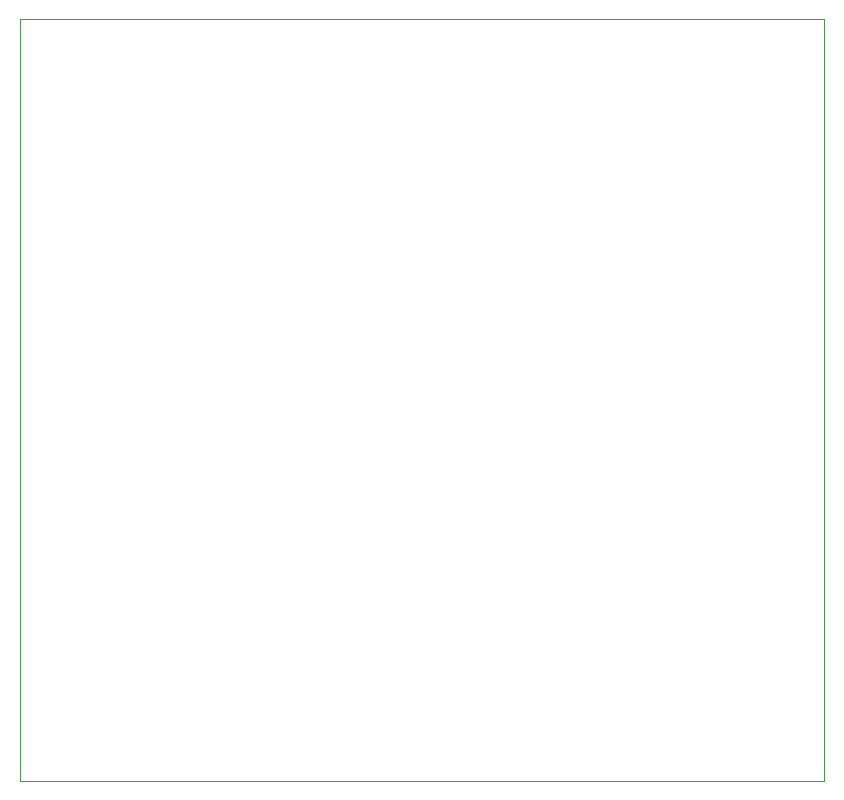
<source format=gbr>
G04 #@! TF.GenerationSoftware,KiCad,Pcbnew,(5.1.5)-3*
G04 #@! TF.CreationDate,2020-01-18T00:00:31-08:00*
G04 #@! TF.ProjectId,testing,74657374-696e-4672-9e6b-696361645f70,rev?*
G04 #@! TF.SameCoordinates,Original*
G04 #@! TF.FileFunction,Profile,NP*
%FSLAX46Y46*%
G04 Gerber Fmt 4.6, Leading zero omitted, Abs format (unit mm)*
G04 Created by KiCad (PCBNEW (5.1.5)-3) date 2020-01-18 00:00:31*
%MOMM*%
%LPD*%
G04 APERTURE LIST*
G04 #@! TA.AperFunction,Profile*
%ADD10C,0.050000*%
G04 #@! TD*
G04 APERTURE END LIST*
D10*
X161050000Y-112850000D02*
X93050000Y-112850000D01*
X93050000Y-48350000D02*
X93050000Y-112850000D01*
X161050000Y-48350000D02*
X93050000Y-48350000D01*
X161050000Y-112850000D02*
X161050000Y-48350000D01*
M02*

</source>
